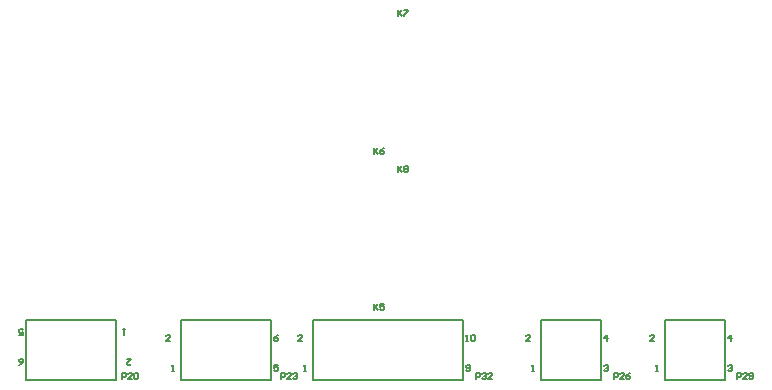
<source format=gto>
%FSDAX24Y24*%
%MOIN*%
%SFA1B1*%

%IPPOS*%
%ADD10C,0.007874*%
%ADD11C,0.005000*%
%LNpcb_relayboard-1*%
%LPD*%
G54D10*
X015200Y000290D02*
Y002290D01*
X010200Y000290D02*
Y002290D01*
X015200*
X010200Y000290D02*
X015200D01*
X017800D02*
X019800D01*
Y002290*
X017800Y000290D02*
Y002290D01*
X019800*
X021950Y000290D02*
X023950D01*
Y002290*
X021950Y000290D02*
Y002290D01*
X023950*
X006882Y000290D02*
X008799D01*
X005799D02*
X008799D01*
X005799Y002290D02*
X008799D01*
X005799Y000290D02*
Y002290D01*
X008799Y000290D02*
Y002290D01*
X000649D02*
X002566D01*
X000649D02*
X003649D01*
X000649Y000290D02*
X003649D01*
Y002290*
X000649Y000290D02*
Y002290D01*
G54D11*
X009833Y001590D02*
X009700D01*
X009833Y001723*
Y001756*
X009799Y001789*
X009733*
X009700Y001756*
X009900Y000590D02*
X009966D01*
X009933*
Y000789*
X009900Y000756*
X015300Y000623D02*
X015333Y000590D01*
X015399*
X015433Y000623*
Y000756*
X015399Y000789*
X015333*
X015300Y000756*
Y000723*
X015333Y000689*
X015433*
X015300Y001590D02*
X015366D01*
X015333*
Y001789*
X015300Y001756*
X015466D02*
X015499Y001789D01*
X015566*
X015599Y001756*
Y001623*
X015566Y001590*
X015499*
X015466Y001623*
Y001756*
X019900Y000756D02*
X019933Y000789D01*
X019999*
X020033Y000756*
Y000723*
X019999Y000689*
X019966*
X019999*
X020033Y000656*
Y000623*
X019999Y000590*
X019933*
X019900Y000623*
X019999Y001590D02*
Y001789D01*
X019900Y001689*
X020033*
X017433Y001590D02*
X017300D01*
X017433Y001723*
Y001756*
X017399Y001789*
X017333*
X017300Y001756*
X017500Y000590D02*
X017566D01*
X017533*
Y000789*
X017500Y000756*
X024050D02*
X024083Y000789D01*
X024149*
X024183Y000756*
Y000723*
X024149Y000689*
X024116*
X024149*
X024183Y000656*
Y000623*
X024149Y000590*
X024083*
X024050Y000623*
X024149Y001590D02*
Y001789D01*
X024050Y001689*
X024183*
X021583Y001590D02*
X021450D01*
X021583Y001723*
Y001756*
X021549Y001789*
X021483*
X021450Y001756*
X021650Y000590D02*
X021716D01*
X021683*
Y000789*
X021650Y000756*
X005499Y000590D02*
X005565D01*
X005532*
Y000789*
X005499Y000756*
X005432Y001590D02*
X005299D01*
X005432Y001723*
Y001756*
X005399Y001789*
X005332*
X005299Y001756*
X009032Y000789D02*
X008899D01*
Y000689*
X008965Y000723*
X008999*
X009032Y000689*
Y000623*
X008999Y000590*
X008932*
X008899Y000623*
X009032Y001789D02*
X008965Y001756D01*
X008899Y001689*
Y001623*
X008932Y001590*
X008999*
X009032Y001623*
Y001656*
X008999Y001689*
X008899*
X003949Y001990D02*
X003882D01*
X003916*
Y001790*
X003949Y001823*
X004016Y000990D02*
X004149D01*
X004016Y000856*
Y000823*
X004049Y000790*
X004116*
X004149Y000823*
X000416Y001790D02*
X000549D01*
Y001890*
X000482Y001856*
X000449*
X000416Y001890*
Y001956*
X000449Y001990*
X000516*
X000549Y001956*
X000416Y000790D02*
X000482Y000823D01*
X000549Y000890*
Y000956*
X000516Y000990*
X000449*
X000416Y000956*
Y000923*
X000449Y000890*
X000549*
X015633Y000300D02*
Y000499D01*
X015733*
X015766Y000466*
Y000400*
X015733Y000366*
X015633*
X015833Y000466D02*
X015866Y000499D01*
X015933*
X015966Y000466*
Y000433*
X015933Y000400*
X015900*
X015933*
X015966Y000366*
Y000333*
X015933Y000300*
X015866*
X015833Y000333*
X016166Y000300D02*
X016033D01*
X016166Y000433*
Y000466*
X016133Y000499*
X016066*
X016033Y000466*
X024333Y000300D02*
Y000499D01*
X024433*
X024466Y000466*
Y000400*
X024433Y000366*
X024333*
X024666Y000300D02*
X024533D01*
X024666Y000433*
Y000466*
X024633Y000499*
X024566*
X024533Y000466*
X024733Y000333D02*
X024766Y000300D01*
X024833*
X024866Y000333*
Y000466*
X024833Y000499*
X024766*
X024733Y000466*
Y000433*
X024766Y000400*
X024866*
X020233Y000300D02*
Y000499D01*
X020333*
X020366Y000466*
Y000400*
X020333Y000366*
X020233*
X020566Y000300D02*
X020433D01*
X020566Y000433*
Y000466*
X020533Y000499*
X020466*
X020433Y000466*
X020766Y000499D02*
X020699Y000466D01*
X020633Y000400*
Y000333*
X020666Y000300*
X020733*
X020766Y000333*
Y000366*
X020733Y000400*
X020633*
X009133Y000300D02*
Y000499D01*
X009233*
X009266Y000466*
Y000400*
X009233Y000366*
X009133*
X009466Y000300D02*
X009333D01*
X009466Y000433*
Y000466*
X009433Y000499*
X009366*
X009333Y000466*
X009533D02*
X009566Y000499D01*
X009633*
X009666Y000466*
Y000433*
X009633Y000400*
X009599*
X009633*
X009666Y000366*
Y000333*
X009633Y000300*
X009566*
X009533Y000333*
X003833Y000300D02*
Y000499D01*
X003933*
X003966Y000466*
Y000400*
X003933Y000366*
X003833*
X004166Y000300D02*
X004033D01*
X004166Y000433*
Y000466*
X004133Y000499*
X004066*
X004033Y000466*
X004233D02*
X004266Y000499D01*
X004333*
X004366Y000466*
Y000333*
X004333Y000300*
X004266*
X004233Y000333*
Y000466*
X013033Y007399D02*
Y007200D01*
Y007266*
X013166Y007399*
X013066Y007300*
X013166Y007200*
X013233Y007366D02*
X013266Y007399D01*
X013333*
X013366Y007366*
Y007333*
X013333Y007300*
X013366Y007266*
Y007233*
X013333Y007200*
X013266*
X013233Y007233*
Y007266*
X013266Y007300*
X013233Y007333*
Y007366*
X013266Y007300D02*
X013333D01*
X013033Y012599D02*
Y012400D01*
Y012466*
X013166Y012599*
X013066Y012500*
X013166Y012400*
X013233Y012599D02*
X013366D01*
Y012566*
X013233Y012433*
Y012400*
X012233Y007999D02*
Y007800D01*
Y007866*
X012366Y007999*
X012266Y007900*
X012366Y007800*
X012566Y007999D02*
X012499Y007966D01*
X012433Y007900*
Y007833*
X012466Y007800*
X012533*
X012566Y007833*
Y007866*
X012533Y007900*
X012433*
X012233Y002799D02*
Y002600D01*
Y002666*
X012366Y002799*
X012266Y002700*
X012366Y002600*
X012566Y002799D02*
X012433D01*
Y002700*
X012499Y002733*
X012533*
X012566Y002700*
Y002633*
X012533Y002600*
X012466*
X012433Y002633*
M02*
</source>
